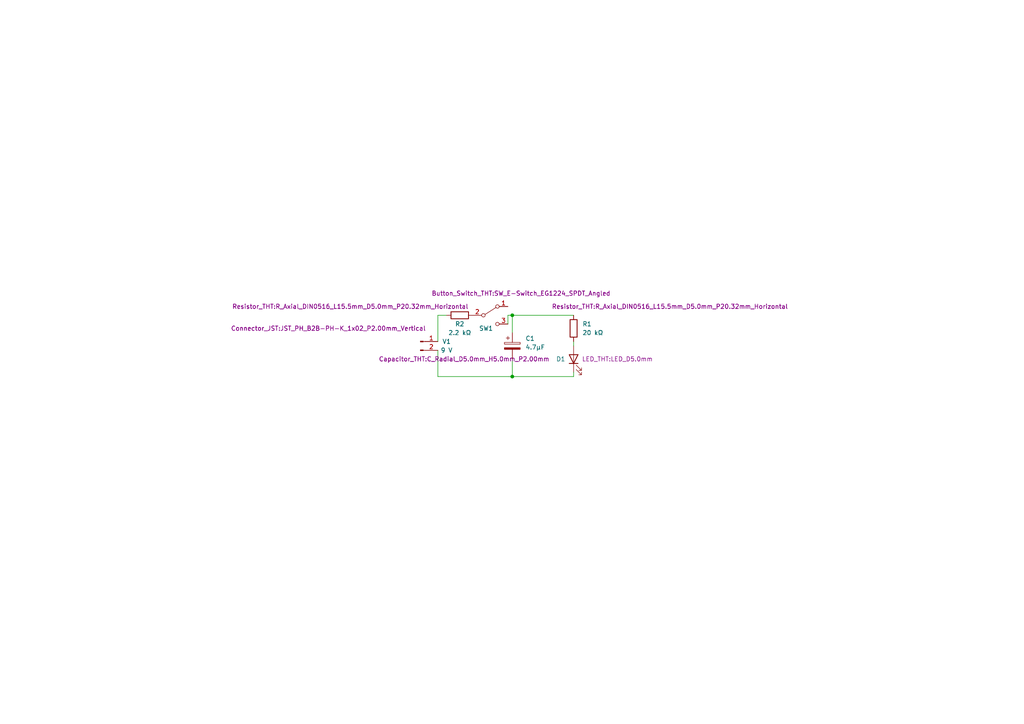
<source format=kicad_sch>
(kicad_sch (version 20211123) (generator eeschema)
  (paper "A4")
  (lib_symbols
    (symbol "Connector:Conn_01x02_Male" (pin_names (offset 1.016) hide)
      (property "Reference" "J" (at 0 2.54 0))
      (property "Value" "Conn_01x02_Male" (at 0 -5.08 0))
      (symbol "Conn_01x02_Male_1_1"
        (polyline (pts (xy 1.27 -2.54) (xy 0.8636 -2.54)) (stroke (width 0.1524)))
        (polyline (pts (xy 1.27 0) (xy 0.8636 0)) (stroke (width 0.1524)))
        (rectangle (start 0.8636 -2.413) (end 0 -2.667) (stroke (width 0.1524)) (fill (type outline)))
        (rectangle (start 0.8636 0.127) (end 0 -0.127) (stroke (width 0.1524)) (fill (type outline)))
        (pin passive line (at 5.08 0 180) (length 3.81) (name "Pin_1") (number "1"))
        (pin passive line (at 5.08 -2.54 180) (length 3.81) (name "Pin_2") (number "2"))
      )
    )
    (symbol "Device:C_Polarized" (pin_numbers hide) (pin_names (offset 0.254))
      (property "Reference" "C" (at 0.635 2.54 0))
      (property "Value" "C_Polarized" (at 0.635 -2.54 0))
      (symbol "C_Polarized_0_1"
        (rectangle (start -2.286 0.508) (end 2.286 1.016))
        (polyline (pts (xy -1.778 2.286) (xy -0.762 2.286)))
        (polyline (pts (xy -1.27 2.794) (xy -1.27 1.778)))
        (rectangle (start 2.286 -0.508) (end -2.286 -1.016) (fill (type outline)))
      )
      (symbol "C_Polarized_1_1"
        (pin passive line (at 0 3.81 270) (length 2.794) (name "~") (number "1"))
        (pin passive line (at 0 -3.81 90) (length 2.794) (name "~") (number "2"))
      )
    )
    (symbol "Device:LED" (pin_numbers hide) (pin_names (offset 1.016) hide)
      (property "Reference" "D" (at 0 2.54 0))
      (property "Value" "LED" (at 0 -2.54 0))
      (symbol "LED_0_1"
        (polyline (pts (xy -1.27 -1.27) (xy -1.27 1.27)) (stroke (width 0.254)))
        (polyline (pts (xy -1.27 0) (xy 1.27 0)))
        (polyline (pts (xy 1.27 -1.27) (xy 1.27 1.27) (xy -1.27 0) (xy 1.27 -1.27)) (stroke (width 0.254)))
        (polyline (pts (xy -3.048 -0.762) (xy -4.572 -2.286) (xy -3.81 -2.286) (xy -4.572 -2.286) (xy -4.572 -1.524)))
        (polyline (pts (xy -1.778 -0.762) (xy -3.302 -2.286) (xy -2.54 -2.286) (xy -3.302 -2.286) (xy -3.302 -1.524)))
      )
      (symbol "LED_1_1"
        (pin passive line (at -3.81 0 0) (length 2.54) (name "K") (number "1"))
        (pin passive line (at 3.81 0 180) (length 2.54) (name "A") (number "2"))
      )
    )
    (symbol "Device:R" (pin_numbers hide) (pin_names (offset 0))
      (property "Reference" "R" (at 2.032 0 90))
      (property "Value" "R" (at 0 0 90))
      (symbol "R_0_1"
        (rectangle (start -1.016 -2.54) (end 1.016 2.54) (stroke (width 0.254)))
      )
      (symbol "R_1_1"
        (pin passive line (at 0 3.81 270) (length 1.27) (name "~") (number "1"))
        (pin passive line (at 0 -3.81 90) (length 1.27) (name "~") (number "2"))
      )
    )
    (symbol "Switch:SW_SPDT" (pin_names (offset 0) hide)
      (property "Reference" "SW" (at 0 4.318 0))
      (property "Value" "SW_SPDT" (at 0 -5.08 0))
      (symbol "SW_SPDT_0_0"
        (circle (center -2.032 0) (radius 0.508))
        (circle (center 2.032 -2.54) (radius 0.508))
      )
      (symbol "SW_SPDT_0_1"
        (polyline (pts (xy -1.524 0.254) (xy 1.651 2.286)))
        (circle (center 2.032 2.54) (radius 0.508))
      )
      (symbol "SW_SPDT_1_1"
        (pin passive line (at 5.08 2.54 180) (length 2.54) (name "A") (number "1"))
        (pin passive line (at -5.08 0 0) (length 2.54) (name "B") (number "2"))
        (pin passive line (at 5.08 -2.54 180) (length 2.54) (name "C") (number "3"))
      )
    )
  )
  (junction (at 148.59 91.44))
  (junction (at 148.59 109.22))
  (wire (pts (xy 127 91.44) (xy 129.54 91.44)))
  (wire (pts (xy 147.32 93.98) (xy 147.32 91.44)))
  (wire (pts (xy 166.37 107.95) (xy 166.37 109.22)))
  (wire (pts (xy 166.37 100.33) (xy 166.37 99.06)))
  (wire (pts (xy 147.32 91.44) (xy 148.59 91.44)))
  (wire (pts (xy 148.59 109.22) (xy 127 109.22)))
  (wire (pts (xy 148.59 104.14) (xy 148.59 109.22)))
  (wire (pts (xy 148.59 91.44) (xy 166.37 91.44)))
  (wire (pts (xy 127 101.6) (xy 127 109.22)))
  (wire (pts (xy 127 99.06) (xy 127 91.44)))
  (wire (pts (xy 166.37 109.22) (xy 148.59 109.22)))
  (wire (pts (xy 148.59 91.44) (xy 148.59 96.52)))
  (symbol (lib_id "Device:LED") (at 166.37 104.14 90) (unit 1)
    (property "Reference" "D1" (at 161.29 104.14 90) (effects (justify right)))
    (property "Value" "LED" (effects hide))
    (property "Footprint" "LED_THT:LED_D5.0mm" (at 179.07 104.14 90))
  )
  (symbol (lib_id "Device:C_Polarized") (at 148.59 100.33 0) (unit 1)
    (property "Reference" "C1" (at 152.4 98.1709 0) (effects (justify left)))
    (property "Value" "4.7μF" (at 152.4 100.7109 0) (effects (justify left)))
    (property "Footprint" "Capacitor_THT:C_Radial_D5.0mm_H5.0mm_P2.00mm" (at 134.62 104.14 0))
  )
  (symbol (lib_id "Device:R") (at 133.35 91.44 90) (unit 1)
    (property "Reference" "R2" (at 133.35 93.98 90))
    (property "Value" "2.2 kΩ" (at 133.35 96.52 90))
    (property "Footprint" "Resistor_THT:R_Axial_DIN0516_L15.5mm_D5.0mm_P20.32mm_Horizontal" (at 101.6 88.9 90))
  )
  (symbol (lib_id "Switch:SW_SPDT") (at 142.24 91.44 0) (unit 1)
    (property "Reference" "SW1" (at 140.97 95.25 0))
    (property "Value" "SW_SPDT" (effects hide))
    (property "Footprint" "Button_Switch_THT:SW_E-Switch_EG1224_SPDT_Angled" (at 151.13 85.09 0))
  )
  (symbol (lib_id "Device:R") (at 166.37 95.25 180) (unit 1)
    (property "Reference" "R1" (at 168.91 93.9799 0) (effects (justify right)))
    (property "Value" "20 kΩ" (at 168.91 96.5199 0) (effects (justify right)))
    (property "Footprint" "Resistor_THT:R_Axial_DIN0516_L15.5mm_D5.0mm_P20.32mm_Horizontal" (at 194.31 88.9 0))
  )
  (symbol (lib_id "Connector:Conn_01x02_Male") (at 121.92 99.06 0) (unit 1)
    (property "Reference" "V1" (at 129.54 99.06 0))
    (property "Value" "9 V" (at 129.54 101.6 0))
    (property "Footprint" "Connector_JST:JST_PH_B2B-PH-K_1x02_P2.00mm_Vertical" (at 95.25 95.25 0))
  )
)
</source>
